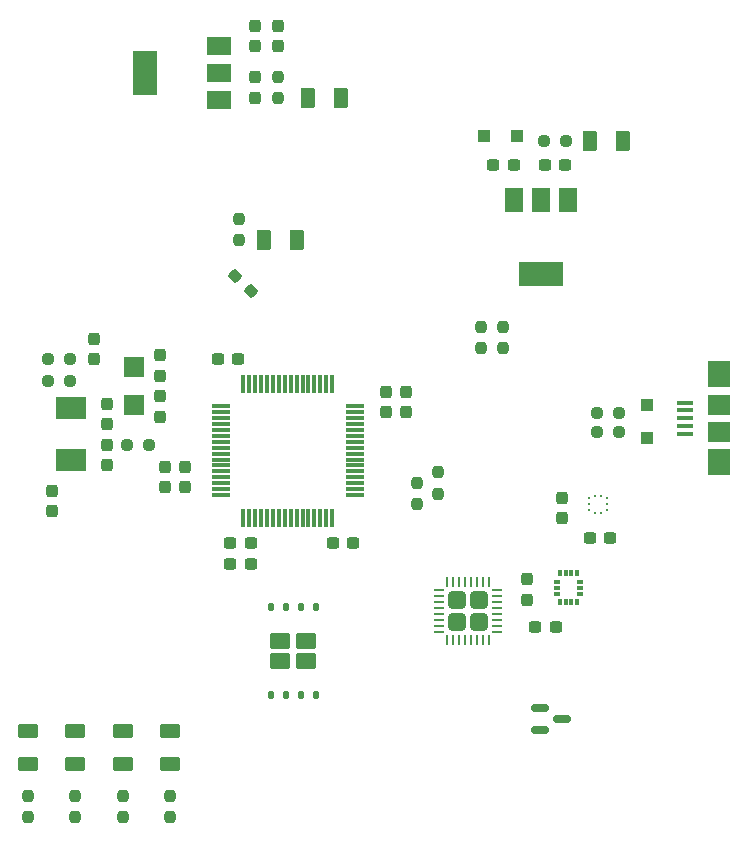
<source format=gbr>
%TF.GenerationSoftware,KiCad,Pcbnew,8.0.3-8.0.3-0~ubuntu22.04.1*%
%TF.CreationDate,2024-06-17T20:55:48-07:00*%
%TF.ProjectId,A1-FlightComputer,41312d46-6c69-4676-9874-436f6d707574,rev?*%
%TF.SameCoordinates,Original*%
%TF.FileFunction,Paste,Top*%
%TF.FilePolarity,Positive*%
%FSLAX46Y46*%
G04 Gerber Fmt 4.6, Leading zero omitted, Abs format (unit mm)*
G04 Created by KiCad (PCBNEW 8.0.3-8.0.3-0~ubuntu22.04.1) date 2024-06-17 20:55:48*
%MOMM*%
%LPD*%
G01*
G04 APERTURE LIST*
G04 Aperture macros list*
%AMRoundRect*
0 Rectangle with rounded corners*
0 $1 Rounding radius*
0 $2 $3 $4 $5 $6 $7 $8 $9 X,Y pos of 4 corners*
0 Add a 4 corners polygon primitive as box body*
4,1,4,$2,$3,$4,$5,$6,$7,$8,$9,$2,$3,0*
0 Add four circle primitives for the rounded corners*
1,1,$1+$1,$2,$3*
1,1,$1+$1,$4,$5*
1,1,$1+$1,$6,$7*
1,1,$1+$1,$8,$9*
0 Add four rect primitives between the rounded corners*
20,1,$1+$1,$2,$3,$4,$5,0*
20,1,$1+$1,$4,$5,$6,$7,0*
20,1,$1+$1,$6,$7,$8,$9,0*
20,1,$1+$1,$8,$9,$2,$3,0*%
G04 Aperture macros list end*
%ADD10RoundRect,0.237500X0.300000X0.237500X-0.300000X0.237500X-0.300000X-0.237500X0.300000X-0.237500X0*%
%ADD11RoundRect,0.237500X-0.237500X0.300000X-0.237500X-0.300000X0.237500X-0.300000X0.237500X0.300000X0*%
%ADD12RoundRect,0.250000X-0.625000X0.375000X-0.625000X-0.375000X0.625000X-0.375000X0.625000X0.375000X0*%
%ADD13RoundRect,0.237500X0.237500X-0.300000X0.237500X0.300000X-0.237500X0.300000X-0.237500X-0.300000X0*%
%ADD14RoundRect,0.237500X-0.250000X-0.237500X0.250000X-0.237500X0.250000X0.237500X-0.250000X0.237500X0*%
%ADD15RoundRect,0.237500X-0.344715X0.008839X0.008839X-0.344715X0.344715X-0.008839X-0.008839X0.344715X0*%
%ADD16RoundRect,0.250000X0.375000X0.625000X-0.375000X0.625000X-0.375000X-0.625000X0.375000X-0.625000X0*%
%ADD17RoundRect,0.237500X-0.237500X0.250000X-0.237500X-0.250000X0.237500X-0.250000X0.237500X0.250000X0*%
%ADD18RoundRect,0.250000X0.615000X-0.435000X0.615000X0.435000X-0.615000X0.435000X-0.615000X-0.435000X0*%
%ADD19RoundRect,0.125000X0.125000X-0.200000X0.125000X0.200000X-0.125000X0.200000X-0.125000X-0.200000X0*%
%ADD20R,1.800000X1.750000*%
%ADD21RoundRect,0.150000X-0.587500X-0.150000X0.587500X-0.150000X0.587500X0.150000X-0.587500X0.150000X0*%
%ADD22RoundRect,0.237500X0.237500X-0.250000X0.237500X0.250000X-0.237500X0.250000X-0.237500X-0.250000X0*%
%ADD23RoundRect,0.075000X-0.700000X-0.075000X0.700000X-0.075000X0.700000X0.075000X-0.700000X0.075000X0*%
%ADD24RoundRect,0.075000X-0.075000X-0.700000X0.075000X-0.700000X0.075000X0.700000X-0.075000X0.700000X0*%
%ADD25RoundRect,0.250000X-0.300000X0.300000X-0.300000X-0.300000X0.300000X-0.300000X0.300000X0.300000X0*%
%ADD26R,2.500000X1.900000*%
%ADD27R,1.400000X0.400000*%
%ADD28R,1.900000X2.300000*%
%ADD29R,1.900000X1.800000*%
%ADD30R,1.500000X2.000000*%
%ADD31R,3.800000X2.000000*%
%ADD32RoundRect,0.237500X-0.300000X-0.237500X0.300000X-0.237500X0.300000X0.237500X-0.300000X0.237500X0*%
%ADD33R,0.351536X0.576580*%
%ADD34R,0.576580X0.351536*%
%ADD35RoundRect,0.250000X0.475000X-0.475000X0.475000X0.475000X-0.475000X0.475000X-0.475000X-0.475000X0*%
%ADD36RoundRect,0.062500X0.062500X-0.375000X0.062500X0.375000X-0.062500X0.375000X-0.062500X-0.375000X0*%
%ADD37RoundRect,0.062500X0.375000X-0.062500X0.375000X0.062500X-0.375000X0.062500X-0.375000X-0.062500X0*%
%ADD38R,0.254000X0.279400*%
%ADD39R,0.279400X0.254000*%
%ADD40R,2.000000X1.500000*%
%ADD41R,2.000000X3.800000*%
%ADD42RoundRect,0.250000X0.300000X0.300000X-0.300000X0.300000X-0.300000X-0.300000X0.300000X-0.300000X0*%
G04 APERTURE END LIST*
D10*
%TO.C,C207*%
X152551300Y-89692000D03*
X150826300Y-89692000D03*
%TD*%
D11*
%TO.C,C304*%
X175950000Y-92787500D03*
X175950000Y-94512500D03*
%TD*%
D12*
%TO.C,D303*%
X137700000Y-105600000D03*
X137700000Y-108400000D03*
%TD*%
D13*
%TO.C,C401*%
X154850000Y-47633100D03*
X154850000Y-45908100D03*
%TD*%
D14*
%TO.C,R201*%
X135402700Y-75960800D03*
X137227700Y-75960800D03*
%TD*%
D12*
%TO.C,D304*%
X133700000Y-105600000D03*
X133700000Y-108400000D03*
%TD*%
%TO.C,D301*%
X145700000Y-105600000D03*
X145700000Y-108400000D03*
%TD*%
D15*
%TO.C,R203*%
X151254765Y-67059530D03*
X152545235Y-68350000D03*
%TD*%
D16*
%TO.C,D201*%
X156450000Y-64050000D03*
X153650000Y-64050000D03*
%TD*%
D17*
%TO.C,R305*%
X137700000Y-111087500D03*
X137700000Y-112912500D03*
%TD*%
D13*
%TO.C,C302*%
X178917600Y-87579200D03*
X178917600Y-85854200D03*
%TD*%
D14*
%TO.C,R204*%
X142089500Y-81381600D03*
X143914500Y-81381600D03*
%TD*%
D11*
%TO.C,C214*%
X163982400Y-76912300D03*
X163982400Y-78637300D03*
%TD*%
D17*
%TO.C,R402*%
X154850000Y-50225000D03*
X154850000Y-52050000D03*
%TD*%
D18*
%TO.C,U202*%
X155058800Y-99697600D03*
X157208800Y-99697600D03*
X155058800Y-97997600D03*
X157208800Y-97997600D03*
D19*
X154228800Y-102597600D03*
X155498800Y-102597600D03*
X156768800Y-102597600D03*
X158038800Y-102597600D03*
X158038800Y-95097600D03*
X156768800Y-95097600D03*
X155498800Y-95097600D03*
X154228800Y-95097600D03*
%TD*%
D11*
%TO.C,C201*%
X144840000Y-73813500D03*
X144840000Y-75538500D03*
%TD*%
D20*
%TO.C,Y201*%
X142655600Y-78028200D03*
X142655600Y-74778200D03*
%TD*%
D21*
%TO.C,Q301*%
X177007200Y-103650000D03*
X177007200Y-105550000D03*
X178882200Y-104600000D03*
%TD*%
D10*
%TO.C,C402*%
X174824000Y-57658800D03*
X173099000Y-57658800D03*
%TD*%
D22*
%TO.C,R206*%
X172000000Y-73225000D03*
X172000000Y-71400000D03*
%TD*%
D23*
%TO.C,U201*%
X150003000Y-78139400D03*
X150003000Y-78639400D03*
X150003000Y-79139400D03*
X150003000Y-79639400D03*
X150003000Y-80139400D03*
X150003000Y-80639400D03*
X150003000Y-81139400D03*
X150003000Y-81639400D03*
X150003000Y-82139400D03*
X150003000Y-82639400D03*
X150003000Y-83139400D03*
X150003000Y-83639400D03*
X150003000Y-84139400D03*
X150003000Y-84639400D03*
X150003000Y-85139400D03*
X150003000Y-85639400D03*
D24*
X151928000Y-87564400D03*
X152428000Y-87564400D03*
X152928000Y-87564400D03*
X153428000Y-87564400D03*
X153928000Y-87564400D03*
X154428000Y-87564400D03*
X154928000Y-87564400D03*
X155428000Y-87564400D03*
X155928000Y-87564400D03*
X156428000Y-87564400D03*
X156928000Y-87564400D03*
X157428000Y-87564400D03*
X157928000Y-87564400D03*
X158428000Y-87564400D03*
X158928000Y-87564400D03*
X159428000Y-87564400D03*
D23*
X161353000Y-85639400D03*
X161353000Y-85139400D03*
X161353000Y-84639400D03*
X161353000Y-84139400D03*
X161353000Y-83639400D03*
X161353000Y-83139400D03*
X161353000Y-82639400D03*
X161353000Y-82139400D03*
X161353000Y-81639400D03*
X161353000Y-81139400D03*
X161353000Y-80639400D03*
X161353000Y-80139400D03*
X161353000Y-79639400D03*
X161353000Y-79139400D03*
X161353000Y-78639400D03*
X161353000Y-78139400D03*
D24*
X159428000Y-76214400D03*
X158928000Y-76214400D03*
X158428000Y-76214400D03*
X157928000Y-76214400D03*
X157428000Y-76214400D03*
X156928000Y-76214400D03*
X156428000Y-76214400D03*
X155928000Y-76214400D03*
X155428000Y-76214400D03*
X154928000Y-76214400D03*
X154428000Y-76214400D03*
X153928000Y-76214400D03*
X153428000Y-76214400D03*
X152928000Y-76214400D03*
X152428000Y-76214400D03*
X151928000Y-76214400D03*
%TD*%
D17*
%TO.C,R205*%
X173900000Y-71400000D03*
X173900000Y-73225000D03*
%TD*%
D11*
%TO.C,C405*%
X152868800Y-50276900D03*
X152868800Y-52001900D03*
%TD*%
D25*
%TO.C,D402*%
X186073100Y-78033100D03*
X186073100Y-80833100D03*
%TD*%
D26*
%TO.C,Y202*%
X137312400Y-82702400D03*
X137312400Y-78302400D03*
%TD*%
D27*
%TO.C,J402*%
X189350000Y-80432600D03*
X189350000Y-79782600D03*
X189350000Y-79132600D03*
X189350000Y-78482600D03*
X189350000Y-77832600D03*
D28*
X192200000Y-82882600D03*
D29*
X192200000Y-80282600D03*
X192200000Y-77982600D03*
D28*
X192200000Y-75382600D03*
%TD*%
D13*
%TO.C,C212*%
X145293600Y-84958500D03*
X145293600Y-83233500D03*
%TD*%
D16*
%TO.C,D403*%
X184100000Y-55650000D03*
X181300000Y-55650000D03*
%TD*%
D30*
%TO.C,U401*%
X179410000Y-60655600D03*
X177110000Y-60655600D03*
D31*
X177110000Y-66955600D03*
D30*
X174810000Y-60655600D03*
%TD*%
D32*
%TO.C,C210*%
X149749700Y-74121400D03*
X151474700Y-74121400D03*
%TD*%
D14*
%TO.C,R401*%
X177414800Y-55677600D03*
X179239800Y-55677600D03*
%TD*%
D17*
%TO.C,R304*%
X141700000Y-111087500D03*
X141700000Y-112912500D03*
%TD*%
D16*
%TO.C,D404*%
X160214400Y-52053600D03*
X157414400Y-52053600D03*
%TD*%
D14*
%TO.C,R208*%
X181857600Y-78675400D03*
X183682600Y-78675400D03*
%TD*%
D32*
%TO.C,C404*%
X177466700Y-57658800D03*
X179191700Y-57658800D03*
%TD*%
D33*
%TO.C,U302*%
X180200000Y-92279400D03*
X179699999Y-92279400D03*
X179199999Y-92279400D03*
X178699998Y-92279400D03*
D34*
X178493699Y-92989701D03*
X178493699Y-93489700D03*
X178493699Y-93989699D03*
D33*
X178699998Y-94700000D03*
X179199999Y-94700000D03*
X179699999Y-94700000D03*
X180200000Y-94700000D03*
D34*
X180406299Y-93989699D03*
X180406299Y-93489700D03*
X180406299Y-92989701D03*
%TD*%
D10*
%TO.C,C209*%
X161238100Y-89712800D03*
X159513100Y-89712800D03*
%TD*%
D14*
%TO.C,R207*%
X181859500Y-80301000D03*
X183684500Y-80301000D03*
%TD*%
D32*
%TO.C,C301*%
X181255500Y-89255600D03*
X182980500Y-89255600D03*
%TD*%
D17*
%TO.C,R303*%
X145700000Y-111087500D03*
X145700000Y-112912500D03*
%TD*%
D14*
%TO.C,R202*%
X135402700Y-74160800D03*
X137227700Y-74160800D03*
%TD*%
D35*
%TO.C,U303*%
X170050000Y-96350000D03*
X171850000Y-96350000D03*
X170050000Y-94550000D03*
X171850000Y-94550000D03*
D36*
X169200000Y-97887500D03*
X169700000Y-97887500D03*
X170200000Y-97887500D03*
X170700000Y-97887500D03*
X171200000Y-97887500D03*
X171700000Y-97887500D03*
X172200000Y-97887500D03*
X172700000Y-97887500D03*
D37*
X173387500Y-97200000D03*
X173387500Y-96700000D03*
X173387500Y-96200000D03*
X173387500Y-95700000D03*
X173387500Y-95200000D03*
X173387500Y-94700000D03*
X173387500Y-94200000D03*
X173387500Y-93700000D03*
D36*
X172700000Y-93012500D03*
X172200000Y-93012500D03*
X171700000Y-93012500D03*
X171200000Y-93012500D03*
X170700000Y-93012500D03*
X170200000Y-93012500D03*
X169700000Y-93012500D03*
X169200000Y-93012500D03*
D37*
X168512500Y-93700000D03*
X168512500Y-94200000D03*
X168512500Y-94700000D03*
X168512500Y-95200000D03*
X168512500Y-95700000D03*
X168512500Y-96200000D03*
X168512500Y-96700000D03*
X168512500Y-97200000D03*
%TD*%
D13*
%TO.C,C204*%
X140372200Y-83107700D03*
X140372200Y-81382700D03*
%TD*%
%TO.C,C211*%
X146970000Y-84958500D03*
X146970000Y-83233500D03*
%TD*%
D17*
%TO.C,R306*%
X133700000Y-111087500D03*
X133700000Y-112912500D03*
%TD*%
D11*
%TO.C,C203*%
X140372200Y-77928300D03*
X140372200Y-79653300D03*
%TD*%
D13*
%TO.C,C202*%
X144840000Y-78992900D03*
X144840000Y-77267900D03*
%TD*%
D22*
%TO.C,R301*%
X166624000Y-86408900D03*
X166624000Y-84583900D03*
%TD*%
D38*
%TO.C,U301*%
X181668237Y-87178374D03*
X182168363Y-87178374D03*
D39*
X182667600Y-86929200D03*
X182667600Y-86429074D03*
X182667600Y-85928948D03*
D38*
X182168363Y-85679774D03*
X181668237Y-85679774D03*
D39*
X181169000Y-85928948D03*
X181169000Y-86429074D03*
X181169000Y-86929200D03*
%TD*%
D11*
%TO.C,C205*%
X135686800Y-85294300D03*
X135686800Y-87019300D03*
%TD*%
D17*
%TO.C,R209*%
X151544800Y-62242000D03*
X151544800Y-64067000D03*
%TD*%
D11*
%TO.C,C213*%
X165658800Y-76912300D03*
X165658800Y-78637300D03*
%TD*%
%TO.C,C206*%
X139265200Y-72433100D03*
X139265200Y-74158100D03*
%TD*%
D17*
%TO.C,R302*%
X168402000Y-83720300D03*
X168402000Y-85545300D03*
%TD*%
D10*
%TO.C,C303*%
X178362500Y-96800000D03*
X176637500Y-96800000D03*
%TD*%
D12*
%TO.C,D302*%
X141700000Y-105600000D03*
X141700000Y-108400000D03*
%TD*%
D40*
%TO.C,U402*%
X149872000Y-52220200D03*
X149872000Y-49920200D03*
D41*
X143572000Y-49920200D03*
D40*
X149872000Y-47620200D03*
%TD*%
D42*
%TO.C,D401*%
X175100000Y-55248800D03*
X172300000Y-55248800D03*
%TD*%
D13*
%TO.C,C403*%
X152868800Y-47634200D03*
X152868800Y-45909200D03*
%TD*%
D10*
%TO.C,C208*%
X152551300Y-91490800D03*
X150826300Y-91490800D03*
%TD*%
M02*

</source>
